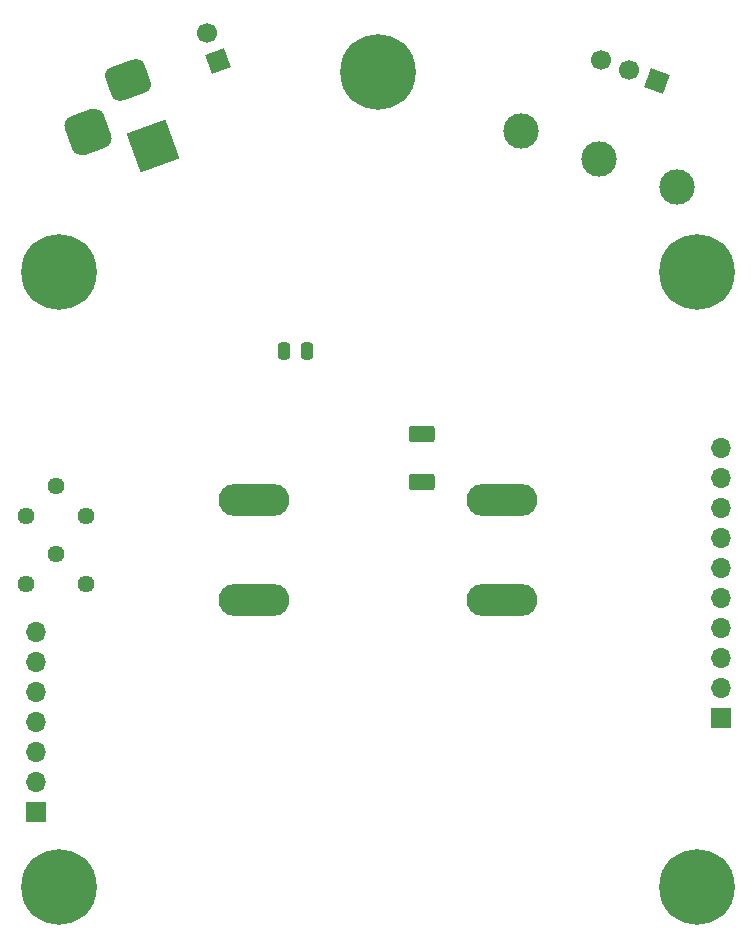
<source format=gbr>
%TF.GenerationSoftware,KiCad,Pcbnew,(6.0.0-0)*%
%TF.CreationDate,2022-03-12T23:02:06-06:00*%
%TF.ProjectId,SmartNeonPSU,536d6172-744e-4656-9f6e-5053552e6b69,rev?*%
%TF.SameCoordinates,Original*%
%TF.FileFunction,Soldermask,Bot*%
%TF.FilePolarity,Negative*%
%FSLAX46Y46*%
G04 Gerber Fmt 4.6, Leading zero omitted, Abs format (unit mm)*
G04 Created by KiCad (PCBNEW (6.0.0-0)) date 2022-03-12 23:02:06*
%MOMM*%
%LPD*%
G01*
G04 APERTURE LIST*
G04 Aperture macros list*
%AMRoundRect*
0 Rectangle with rounded corners*
0 $1 Rounding radius*
0 $2 $3 $4 $5 $6 $7 $8 $9 X,Y pos of 4 corners*
0 Add a 4 corners polygon primitive as box body*
4,1,4,$2,$3,$4,$5,$6,$7,$8,$9,$2,$3,0*
0 Add four circle primitives for the rounded corners*
1,1,$1+$1,$2,$3*
1,1,$1+$1,$4,$5*
1,1,$1+$1,$6,$7*
1,1,$1+$1,$8,$9*
0 Add four rect primitives between the rounded corners*
20,1,$1+$1,$2,$3,$4,$5,0*
20,1,$1+$1,$4,$5,$6,$7,0*
20,1,$1+$1,$6,$7,$8,$9,0*
20,1,$1+$1,$8,$9,$2,$3,0*%
%AMHorizOval*
0 Thick line with rounded ends*
0 $1 width*
0 $2 $3 position (X,Y) of the first rounded end (center of the circle)*
0 $4 $5 position (X,Y) of the second rounded end (center of the circle)*
0 Add line between two ends*
20,1,$1,$2,$3,$4,$5,0*
0 Add two circle primitives to create the rounded ends*
1,1,$1,$2,$3*
1,1,$1,$4,$5*%
%AMRotRect*
0 Rectangle, with rotation*
0 The origin of the aperture is its center*
0 $1 length*
0 $2 width*
0 $3 Rotation angle, in degrees counterclockwise*
0 Add horizontal line*
21,1,$1,$2,0,0,$3*%
G04 Aperture macros list end*
%ADD10C,3.000000*%
%ADD11C,0.800000*%
%ADD12C,6.400000*%
%ADD13O,6.000000X2.700000*%
%ADD14C,1.440000*%
%ADD15R,1.700000X1.700000*%
%ADD16O,1.700000X1.700000*%
%ADD17RotRect,1.700000X1.700000X200.000000*%
%ADD18HorizOval,1.700000X0.000000X0.000000X0.000000X0.000000X0*%
%ADD19RotRect,3.500000X3.500000X290.000000*%
%ADD20RoundRect,0.750000X-1.196208X0.362749X-0.683178X-1.046790X1.196208X-0.362749X0.683178X1.046790X0*%
%ADD21RoundRect,0.875000X-1.121499X0.522963X-0.522963X-1.121499X1.121499X-0.522963X0.522963X1.121499X0*%
%ADD22RotRect,1.700000X1.700000X250.000000*%
%ADD23HorizOval,1.700000X0.000000X0.000000X0.000000X0.000000X0*%
%ADD24RoundRect,0.250000X0.250000X0.475000X-0.250000X0.475000X-0.250000X-0.475000X0.250000X-0.475000X0*%
%ADD25RoundRect,0.249999X0.850001X-0.450001X0.850001X0.450001X-0.850001X0.450001X-0.850001X-0.450001X0*%
G04 APERTURE END LIST*
D10*
%TO.C,SW3*%
X175273283Y-71099620D03*
X168695435Y-68705479D03*
X162117586Y-66311338D03*
%TD*%
D11*
%TO.C,H4*%
X175302944Y-76602944D03*
X178697056Y-79997056D03*
X178697056Y-76602944D03*
X179400000Y-78300000D03*
X175302944Y-79997056D03*
X177000000Y-80700000D03*
X174600000Y-78300000D03*
X177000000Y-75900000D03*
D12*
X177000000Y-78300000D03*
%TD*%
D11*
%TO.C,H3*%
X178697056Y-128602944D03*
X175302944Y-128602944D03*
X177000000Y-127900000D03*
X174600000Y-130300000D03*
X175302944Y-131997056D03*
D12*
X177000000Y-130300000D03*
D11*
X178697056Y-131997056D03*
X177000000Y-132700000D03*
X179400000Y-130300000D03*
%TD*%
D13*
%TO.C,J6*%
X160500000Y-97550000D03*
X160500000Y-106050000D03*
%TD*%
D14*
%TO.C,RV2*%
X120225000Y-104675000D03*
X122765000Y-102135000D03*
X125305000Y-104675000D03*
%TD*%
D13*
%TO.C,J7*%
X139500000Y-106050000D03*
X139500000Y-97550000D03*
%TD*%
D11*
%TO.C,H2*%
X121302944Y-131997056D03*
X124697056Y-128602944D03*
X123000000Y-127900000D03*
X125400000Y-130300000D03*
X123000000Y-132700000D03*
X120600000Y-130300000D03*
X121302944Y-128602944D03*
D12*
X123000000Y-130300000D03*
D11*
X124697056Y-131997056D03*
%TD*%
D15*
%TO.C,J4*%
X121000000Y-124000000D03*
D16*
X121000000Y-121460000D03*
X121000000Y-118920000D03*
X121000000Y-116380000D03*
X121000000Y-113840000D03*
X121000000Y-111300000D03*
X121000000Y-108760000D03*
%TD*%
D17*
%TO.C,J2*%
X136404033Y-60383167D03*
D18*
X135535302Y-57996348D03*
%TD*%
D19*
%TO.C,J1*%
X130915038Y-67608002D03*
D20*
X128862917Y-61969846D03*
D21*
X125472422Y-66396419D03*
%TD*%
D11*
%TO.C,H5*%
X147600000Y-61300000D03*
X152400000Y-61300000D03*
X151697056Y-62997056D03*
X151697056Y-59602944D03*
X148302944Y-62997056D03*
D12*
X150000000Y-61300000D03*
D11*
X150000000Y-63700000D03*
X150000000Y-58900000D03*
X148302944Y-59602944D03*
%TD*%
%TO.C,H1*%
X121302944Y-79997056D03*
X123000000Y-75900000D03*
X124697056Y-79997056D03*
X125400000Y-78300000D03*
X120600000Y-78300000D03*
X124697056Y-76602944D03*
X121302944Y-76602944D03*
X123000000Y-80700000D03*
D12*
X123000000Y-78300000D03*
%TD*%
D14*
%TO.C,RV1*%
X120225000Y-98925000D03*
X122765000Y-96385000D03*
X125305000Y-98925000D03*
%TD*%
D22*
%TO.C,J5*%
X173612452Y-62048133D03*
D23*
X171225633Y-61179402D03*
X168838813Y-60310671D03*
%TD*%
D15*
%TO.C,J3*%
X179000000Y-116000000D03*
D16*
X179000000Y-113460000D03*
X179000000Y-110920000D03*
X179000000Y-108380000D03*
X179000000Y-105840000D03*
X179000000Y-103300000D03*
X179000000Y-100760000D03*
X179000000Y-98220000D03*
X179000000Y-95680000D03*
X179000000Y-93140000D03*
%TD*%
D24*
%TO.C,C2*%
X143950000Y-84950000D03*
X142050000Y-84950000D03*
%TD*%
D25*
%TO.C,C20*%
X153722317Y-96050000D03*
X153722317Y-91950000D03*
%TD*%
M02*

</source>
